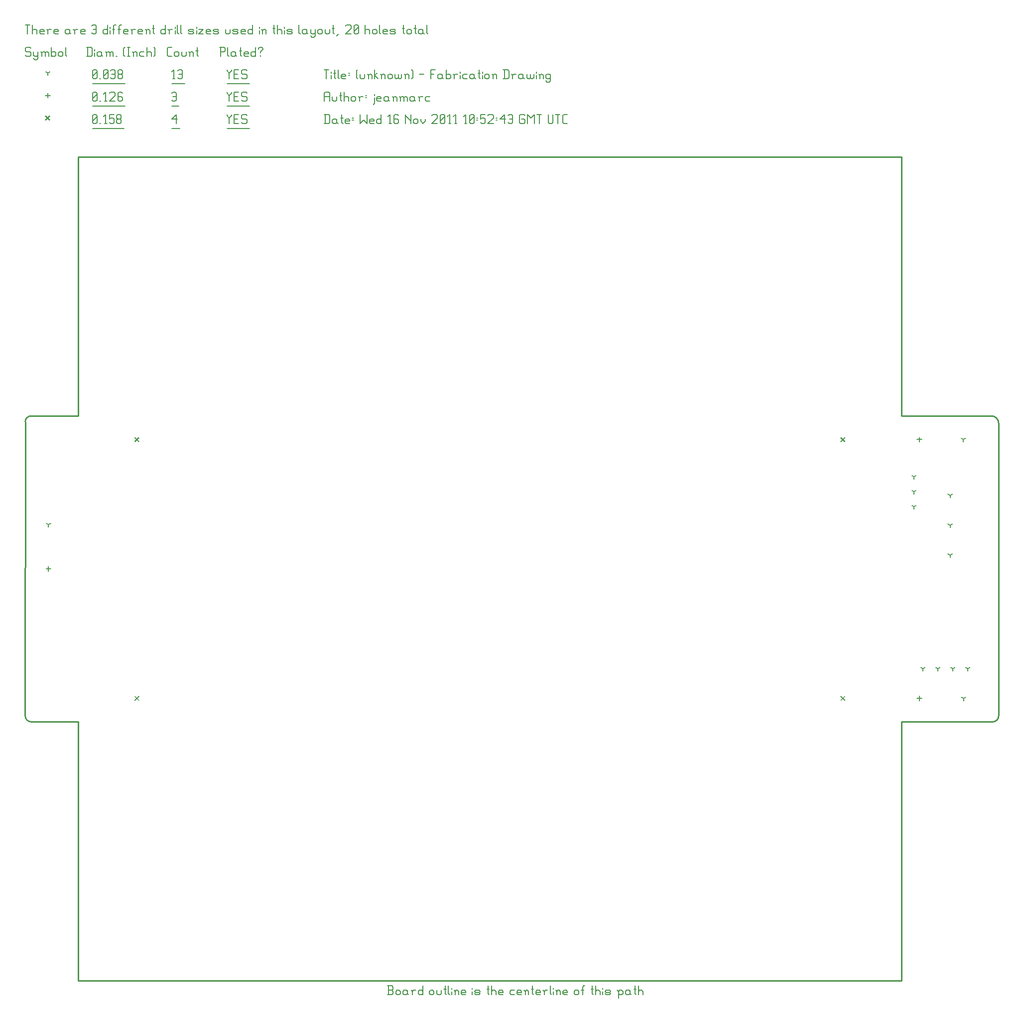
<source format=gbr>
G04 start of page 11 for group -3984 idx -3984 *
G04 Title: (unknown), fab *
G04 Creator: pcb 20091103 *
G04 CreationDate: Wed 16 Nov 2011 10:52:43 GMT UTC *
G04 For: jeanmarc *
G04 Format: Gerber/RS-274X *
G04 PCB-Dimensions: 657480 551181 *
G04 PCB-Coordinate-Origin: lower left *
%MOIN*%
%FSLAX25Y25*%
%LNFAB*%
%ADD11C,0.0200*%
%ADD39C,0.0100*%
%ADD54C,0.0060*%
G54D11*G36*
X73516Y363979D02*X76481Y361013D01*
X75916Y360448D01*
X72950Y363413D01*
X73516Y363979D01*
G37*
G36*
X72950Y361013D02*X75916Y363979D01*
X76481Y363413D01*
X73516Y360448D01*
X72950Y361013D01*
G37*
G36*
X73516Y190750D02*X76481Y187784D01*
X75916Y187219D01*
X72950Y190184D01*
X73516Y190750D01*
G37*
G36*
X72950Y187784D02*X75916Y190750D01*
X76481Y190184D01*
X73516Y187219D01*
X72950Y187784D01*
G37*
G36*
X545957Y363979D02*X548922Y361013D01*
X548357Y360448D01*
X545391Y363413D01*
X545957Y363979D01*
G37*
G36*
X545391Y361013D02*X548357Y363979D01*
X548922Y363413D01*
X545957Y360448D01*
X545391Y361013D01*
G37*
G36*
X545957Y190750D02*X548922Y187784D01*
X548357Y187219D01*
X545391Y190184D01*
X545957Y190750D01*
G37*
G36*
X545391Y187784D02*X548357Y190750D01*
X548922Y190184D01*
X545957Y187219D01*
X545391Y187784D01*
G37*
G36*
X13800Y579196D02*X16765Y576231D01*
X16200Y575665D01*
X13234Y578631D01*
X13800Y579196D01*
G37*
G36*
X13234Y576231D02*X16200Y579196D01*
X16765Y578631D01*
X13800Y575665D01*
X13234Y576231D01*
G37*
G54D54*X135000Y579681D02*Y578931D01*
X136500Y577431D01*
X138000Y578931D01*
Y579681D02*Y578931D01*
X136500Y577431D02*Y573681D01*
X139801Y576681D02*X142051D01*
X139801Y573681D02*X142801D01*
X139801Y579681D02*Y573681D01*
Y579681D02*X142801D01*
X147603D02*X148353Y578931D01*
X145353Y579681D02*X147603D01*
X144603Y578931D02*X145353Y579681D01*
X144603Y578931D02*Y577431D01*
X145353Y576681D01*
X147603D01*
X148353Y575931D01*
Y574431D01*
X147603Y573681D02*X148353Y574431D01*
X145353Y573681D02*X147603D01*
X144603Y574431D02*X145353Y573681D01*
X135000Y570430D02*X150154D01*
X98000Y576681D02*X101000Y579681D01*
X98000Y576681D02*X101750D01*
X101000Y579681D02*Y573681D01*
X98000Y570430D02*X103551D01*
X45000Y574431D02*X45750Y573681D01*
X45000Y578931D02*Y574431D01*
Y578931D02*X45750Y579681D01*
X47250D01*
X48000Y578931D01*
Y574431D01*
X47250Y573681D02*X48000Y574431D01*
X45750Y573681D02*X47250D01*
X45000Y575181D02*X48000Y578181D01*
X49801Y573681D02*X50551D01*
X53103D02*X54603D01*
X53853Y579681D02*Y573681D01*
X52353Y578181D02*X53853Y579681D01*
X56404D02*X59404D01*
X56404D02*Y576681D01*
X57154Y577431D01*
X58654D01*
X59404Y576681D01*
Y574431D01*
X58654Y573681D02*X59404Y574431D01*
X57154Y573681D02*X58654D01*
X56404Y574431D02*X57154Y573681D01*
X61206Y574431D02*X61956Y573681D01*
X61206Y575931D02*Y574431D01*
Y575931D02*X61956Y576681D01*
X63456D01*
X64206Y575931D01*
Y574431D01*
X63456Y573681D02*X64206Y574431D01*
X61956Y573681D02*X63456D01*
X61206Y577431D02*X61956Y576681D01*
X61206Y578931D02*Y577431D01*
Y578931D02*X61956Y579681D01*
X63456D01*
X64206Y578931D01*
Y577431D01*
X63456Y576681D02*X64206Y577431D01*
X45000Y570430D02*X66007D01*
X598425Y190576D02*Y187376D01*
X596825Y188976D02*X600025D01*
X15566Y277286D02*Y274086D01*
X13966Y275686D02*X17166D01*
X598370Y363758D02*Y360558D01*
X596770Y362158D02*X599970D01*
X15000Y594031D02*Y590831D01*
X13400Y592431D02*X16600D01*
X135000Y594681D02*Y593931D01*
X136500Y592431D01*
X138000Y593931D01*
Y594681D02*Y593931D01*
X136500Y592431D02*Y588681D01*
X139801Y591681D02*X142051D01*
X139801Y588681D02*X142801D01*
X139801Y594681D02*Y588681D01*
Y594681D02*X142801D01*
X147603D02*X148353Y593931D01*
X145353Y594681D02*X147603D01*
X144603Y593931D02*X145353Y594681D01*
X144603Y593931D02*Y592431D01*
X145353Y591681D01*
X147603D01*
X148353Y590931D01*
Y589431D01*
X147603Y588681D02*X148353Y589431D01*
X145353Y588681D02*X147603D01*
X144603Y589431D02*X145353Y588681D01*
X135000Y585430D02*X150154D01*
X98000Y593931D02*X98750Y594681D01*
X100250D01*
X101000Y593931D01*
Y589431D01*
X100250Y588681D02*X101000Y589431D01*
X98750Y588681D02*X100250D01*
X98000Y589431D02*X98750Y588681D01*
Y591681D02*X101000D01*
X98000Y585430D02*X102801D01*
X45000Y589431D02*X45750Y588681D01*
X45000Y593931D02*Y589431D01*
Y593931D02*X45750Y594681D01*
X47250D01*
X48000Y593931D01*
Y589431D01*
X47250Y588681D02*X48000Y589431D01*
X45750Y588681D02*X47250D01*
X45000Y590181D02*X48000Y593181D01*
X49801Y588681D02*X50551D01*
X53103D02*X54603D01*
X53853Y594681D02*Y588681D01*
X52353Y593181D02*X53853Y594681D01*
X56404Y593931D02*X57154Y594681D01*
X59404D01*
X60154Y593931D01*
Y592431D01*
X56404Y588681D02*X60154Y592431D01*
X56404Y588681D02*X60154D01*
X64206Y594681D02*X64956Y593931D01*
X62706Y594681D02*X64206D01*
X61956Y593931D02*X62706Y594681D01*
X61956Y593931D02*Y589431D01*
X62706Y588681D01*
X64206Y591681D02*X64956Y590931D01*
X61956Y591681D02*X64206D01*
X62706Y588681D02*X64206D01*
X64956Y589431D01*
Y590931D02*Y589431D01*
X45000Y585430D02*X66757D01*
X627952Y188976D02*Y187376D01*
Y188976D02*X629338Y189776D01*
X627952Y188976D02*X626566Y189776D01*
X15566Y305213D02*Y303613D01*
Y305213D02*X16952Y306013D01*
X15566Y305213D02*X14180Y306013D01*
X627897Y362158D02*Y360558D01*
Y362158D02*X629283Y362958D01*
X627897Y362158D02*X626511Y362958D01*
X594796Y337275D02*Y335675D01*
Y337275D02*X596182Y338075D01*
X594796Y337275D02*X593410Y338075D01*
X594796Y327275D02*Y325675D01*
Y327275D02*X596182Y328075D01*
X594796Y327275D02*X593410Y328075D01*
X594796Y317275D02*Y315675D01*
Y317275D02*X596182Y318075D01*
X594796Y317275D02*X593410Y318075D01*
X600724Y208748D02*Y207148D01*
Y208748D02*X602110Y209548D01*
X600724Y208748D02*X599338Y209548D01*
X610724Y208748D02*Y207148D01*
Y208748D02*X612110Y209548D01*
X610724Y208748D02*X609338Y209548D01*
X620724Y208748D02*Y207148D01*
Y208748D02*X622110Y209548D01*
X620724Y208748D02*X619338Y209548D01*
X630724Y208748D02*Y207148D01*
Y208748D02*X632110Y209548D01*
X630724Y208748D02*X629338Y209548D01*
X618977Y324803D02*Y323203D01*
Y324803D02*X620363Y325603D01*
X618977Y324803D02*X617591Y325603D01*
X618977Y304803D02*Y303203D01*
Y304803D02*X620363Y305603D01*
X618977Y304803D02*X617591Y305603D01*
X618977Y284803D02*Y283203D01*
Y284803D02*X620363Y285603D01*
X618977Y284803D02*X617591Y285603D01*
X15000Y607431D02*Y605831D01*
Y607431D02*X16386Y608231D01*
X15000Y607431D02*X13614Y608231D01*
X135000Y609681D02*Y608931D01*
X136500Y607431D01*
X138000Y608931D01*
Y609681D02*Y608931D01*
X136500Y607431D02*Y603681D01*
X139801Y606681D02*X142051D01*
X139801Y603681D02*X142801D01*
X139801Y609681D02*Y603681D01*
Y609681D02*X142801D01*
X147603D02*X148353Y608931D01*
X145353Y609681D02*X147603D01*
X144603Y608931D02*X145353Y609681D01*
X144603Y608931D02*Y607431D01*
X145353Y606681D01*
X147603D01*
X148353Y605931D01*
Y604431D01*
X147603Y603681D02*X148353Y604431D01*
X145353Y603681D02*X147603D01*
X144603Y604431D02*X145353Y603681D01*
X135000Y600430D02*X150154D01*
X98750Y603681D02*X100250D01*
X99500Y609681D02*Y603681D01*
X98000Y608181D02*X99500Y609681D01*
X102051Y608931D02*X102801Y609681D01*
X104301D01*
X105051Y608931D01*
Y604431D01*
X104301Y603681D02*X105051Y604431D01*
X102801Y603681D02*X104301D01*
X102051Y604431D02*X102801Y603681D01*
Y606681D02*X105051D01*
X98000Y600430D02*X106853D01*
X45000Y604431D02*X45750Y603681D01*
X45000Y608931D02*Y604431D01*
Y608931D02*X45750Y609681D01*
X47250D01*
X48000Y608931D01*
Y604431D01*
X47250Y603681D02*X48000Y604431D01*
X45750Y603681D02*X47250D01*
X45000Y605181D02*X48000Y608181D01*
X49801Y603681D02*X50551D01*
X52353Y604431D02*X53103Y603681D01*
X52353Y608931D02*Y604431D01*
Y608931D02*X53103Y609681D01*
X54603D01*
X55353Y608931D01*
Y604431D01*
X54603Y603681D02*X55353Y604431D01*
X53103Y603681D02*X54603D01*
X52353Y605181D02*X55353Y608181D01*
X57154Y608931D02*X57904Y609681D01*
X59404D01*
X60154Y608931D01*
Y604431D01*
X59404Y603681D02*X60154Y604431D01*
X57904Y603681D02*X59404D01*
X57154Y604431D02*X57904Y603681D01*
Y606681D02*X60154D01*
X61956Y604431D02*X62706Y603681D01*
X61956Y605931D02*Y604431D01*
Y605931D02*X62706Y606681D01*
X64206D01*
X64956Y605931D01*
Y604431D01*
X64206Y603681D02*X64956Y604431D01*
X62706Y603681D02*X64206D01*
X61956Y607431D02*X62706Y606681D01*
X61956Y608931D02*Y607431D01*
Y608931D02*X62706Y609681D01*
X64206D01*
X64956Y608931D01*
Y607431D01*
X64206Y606681D02*X64956Y607431D01*
X45000Y600430D02*X66757D01*
X3000Y624681D02*X3750Y623931D01*
X750Y624681D02*X3000D01*
X0Y623931D02*X750Y624681D01*
X0Y623931D02*Y622431D01*
X750Y621681D01*
X3000D01*
X3750Y620931D01*
Y619431D01*
X3000Y618681D02*X3750Y619431D01*
X750Y618681D02*X3000D01*
X0Y619431D02*X750Y618681D01*
X5551Y621681D02*Y619431D01*
X6301Y618681D01*
X8551Y621681D02*Y617181D01*
X7801Y616431D02*X8551Y617181D01*
X6301Y616431D02*X7801D01*
X5551Y617181D02*X6301Y616431D01*
Y618681D02*X7801D01*
X8551Y619431D01*
X11103Y620931D02*Y618681D01*
Y620931D02*X11853Y621681D01*
X12603D01*
X13353Y620931D01*
Y618681D01*
Y620931D02*X14103Y621681D01*
X14853D01*
X15603Y620931D01*
Y618681D01*
X10353Y621681D02*X11103Y620931D01*
X17404Y624681D02*Y618681D01*
Y619431D02*X18154Y618681D01*
X19654D01*
X20404Y619431D01*
Y620931D02*Y619431D01*
X19654Y621681D02*X20404Y620931D01*
X18154Y621681D02*X19654D01*
X17404Y620931D02*X18154Y621681D01*
X22206Y620931D02*Y619431D01*
Y620931D02*X22956Y621681D01*
X24456D01*
X25206Y620931D01*
Y619431D01*
X24456Y618681D02*X25206Y619431D01*
X22956Y618681D02*X24456D01*
X22206Y619431D02*X22956Y618681D01*
X27007Y624681D02*Y619431D01*
X27757Y618681D01*
X41750Y624681D02*Y618681D01*
X44000Y624681D02*X44750Y623931D01*
Y619431D01*
X44000Y618681D02*X44750Y619431D01*
X41000Y618681D02*X44000D01*
X41000Y624681D02*X44000D01*
X46551Y623181D02*Y622431D01*
Y620931D02*Y618681D01*
X50303Y621681D02*X51053Y620931D01*
X48803Y621681D02*X50303D01*
X48053Y620931D02*X48803Y621681D01*
X48053Y620931D02*Y619431D01*
X48803Y618681D01*
X51053Y621681D02*Y619431D01*
X51803Y618681D01*
X48803D02*X50303D01*
X51053Y619431D01*
X54354Y620931D02*Y618681D01*
Y620931D02*X55104Y621681D01*
X55854D01*
X56604Y620931D01*
Y618681D01*
Y620931D02*X57354Y621681D01*
X58104D01*
X58854Y620931D01*
Y618681D01*
X53604Y621681D02*X54354Y620931D01*
X60656Y618681D02*X61406D01*
X65907Y619431D02*X66657Y618681D01*
X65907Y623931D02*X66657Y624681D01*
X65907Y623931D02*Y619431D01*
X68459Y624681D02*X69959D01*
X69209D02*Y618681D01*
X68459D02*X69959D01*
X72510Y620931D02*Y618681D01*
Y620931D02*X73260Y621681D01*
X74010D01*
X74760Y620931D01*
Y618681D01*
X71760Y621681D02*X72510Y620931D01*
X77312Y621681D02*X79562D01*
X76562Y620931D02*X77312Y621681D01*
X76562Y620931D02*Y619431D01*
X77312Y618681D01*
X79562D01*
X81363Y624681D02*Y618681D01*
Y620931D02*X82113Y621681D01*
X83613D01*
X84363Y620931D01*
Y618681D01*
X86165Y624681D02*X86915Y623931D01*
Y619431D01*
X86165Y618681D02*X86915Y619431D01*
X95750Y618681D02*X98000D01*
X95000Y619431D02*X95750Y618681D01*
X95000Y623931D02*Y619431D01*
Y623931D02*X95750Y624681D01*
X98000D01*
X99801Y620931D02*Y619431D01*
Y620931D02*X100551Y621681D01*
X102051D01*
X102801Y620931D01*
Y619431D01*
X102051Y618681D02*X102801Y619431D01*
X100551Y618681D02*X102051D01*
X99801Y619431D02*X100551Y618681D01*
X104603Y621681D02*Y619431D01*
X105353Y618681D01*
X106853D01*
X107603Y619431D01*
Y621681D02*Y619431D01*
X110154Y620931D02*Y618681D01*
Y620931D02*X110904Y621681D01*
X111654D01*
X112404Y620931D01*
Y618681D01*
X109404Y621681D02*X110154Y620931D01*
X114956Y624681D02*Y619431D01*
X115706Y618681D01*
X114206Y622431D02*X115706D01*
X130750Y624681D02*Y618681D01*
X130000Y624681D02*X133000D01*
X133750Y623931D01*
Y622431D01*
X133000Y621681D02*X133750Y622431D01*
X130750Y621681D02*X133000D01*
X135551Y624681D02*Y619431D01*
X136301Y618681D01*
X140053Y621681D02*X140803Y620931D01*
X138553Y621681D02*X140053D01*
X137803Y620931D02*X138553Y621681D01*
X137803Y620931D02*Y619431D01*
X138553Y618681D01*
X140803Y621681D02*Y619431D01*
X141553Y618681D01*
X138553D02*X140053D01*
X140803Y619431D01*
X144104Y624681D02*Y619431D01*
X144854Y618681D01*
X143354Y622431D02*X144854D01*
X147106Y618681D02*X149356D01*
X146356Y619431D02*X147106Y618681D01*
X146356Y620931D02*Y619431D01*
Y620931D02*X147106Y621681D01*
X148606D01*
X149356Y620931D01*
X146356Y620181D02*X149356D01*
Y620931D02*Y620181D01*
X154157Y624681D02*Y618681D01*
X153407D02*X154157Y619431D01*
X151907Y618681D02*X153407D01*
X151157Y619431D02*X151907Y618681D01*
X151157Y620931D02*Y619431D01*
Y620931D02*X151907Y621681D01*
X153407D01*
X154157Y620931D01*
X157459Y621681D02*Y620931D01*
Y619431D02*Y618681D01*
X155959Y623931D02*Y623181D01*
Y623931D02*X156709Y624681D01*
X158209D01*
X158959Y623931D01*
Y623181D01*
X157459Y621681D02*X158959Y623181D01*
X0Y639681D02*X3000D01*
X1500D02*Y633681D01*
X4801Y639681D02*Y633681D01*
Y635931D02*X5551Y636681D01*
X7051D01*
X7801Y635931D01*
Y633681D01*
X10353D02*X12603D01*
X9603Y634431D02*X10353Y633681D01*
X9603Y635931D02*Y634431D01*
Y635931D02*X10353Y636681D01*
X11853D01*
X12603Y635931D01*
X9603Y635181D02*X12603D01*
Y635931D02*Y635181D01*
X15154Y635931D02*Y633681D01*
Y635931D02*X15904Y636681D01*
X17404D01*
X14404D02*X15154Y635931D01*
X19956Y633681D02*X22206D01*
X19206Y634431D02*X19956Y633681D01*
X19206Y635931D02*Y634431D01*
Y635931D02*X19956Y636681D01*
X21456D01*
X22206Y635931D01*
X19206Y635181D02*X22206D01*
Y635931D02*Y635181D01*
X28957Y636681D02*X29707Y635931D01*
X27457Y636681D02*X28957D01*
X26707Y635931D02*X27457Y636681D01*
X26707Y635931D02*Y634431D01*
X27457Y633681D01*
X29707Y636681D02*Y634431D01*
X30457Y633681D01*
X27457D02*X28957D01*
X29707Y634431D01*
X33009Y635931D02*Y633681D01*
Y635931D02*X33759Y636681D01*
X35259D01*
X32259D02*X33009Y635931D01*
X37810Y633681D02*X40060D01*
X37060Y634431D02*X37810Y633681D01*
X37060Y635931D02*Y634431D01*
Y635931D02*X37810Y636681D01*
X39310D01*
X40060Y635931D01*
X37060Y635181D02*X40060D01*
Y635931D02*Y635181D01*
X44562Y638931D02*X45312Y639681D01*
X46812D01*
X47562Y638931D01*
Y634431D01*
X46812Y633681D02*X47562Y634431D01*
X45312Y633681D02*X46812D01*
X44562Y634431D02*X45312Y633681D01*
Y636681D02*X47562D01*
X55063Y639681D02*Y633681D01*
X54313D02*X55063Y634431D01*
X52813Y633681D02*X54313D01*
X52063Y634431D02*X52813Y633681D01*
X52063Y635931D02*Y634431D01*
Y635931D02*X52813Y636681D01*
X54313D01*
X55063Y635931D01*
X56865Y638181D02*Y637431D01*
Y635931D02*Y633681D01*
X59116Y638931D02*Y633681D01*
Y638931D02*X59866Y639681D01*
X60616D01*
X58366Y636681D02*X59866D01*
X62868Y638931D02*Y633681D01*
Y638931D02*X63618Y639681D01*
X64368D01*
X62118Y636681D02*X63618D01*
X66619Y633681D02*X68869D01*
X65869Y634431D02*X66619Y633681D01*
X65869Y635931D02*Y634431D01*
Y635931D02*X66619Y636681D01*
X68119D01*
X68869Y635931D01*
X65869Y635181D02*X68869D01*
Y635931D02*Y635181D01*
X71421Y635931D02*Y633681D01*
Y635931D02*X72171Y636681D01*
X73671D01*
X70671D02*X71421Y635931D01*
X76222Y633681D02*X78472D01*
X75472Y634431D02*X76222Y633681D01*
X75472Y635931D02*Y634431D01*
Y635931D02*X76222Y636681D01*
X77722D01*
X78472Y635931D01*
X75472Y635181D02*X78472D01*
Y635931D02*Y635181D01*
X81024Y635931D02*Y633681D01*
Y635931D02*X81774Y636681D01*
X82524D01*
X83274Y635931D01*
Y633681D01*
X80274Y636681D02*X81024Y635931D01*
X85825Y639681D02*Y634431D01*
X86575Y633681D01*
X85075Y637431D02*X86575D01*
X93777Y639681D02*Y633681D01*
X93027D02*X93777Y634431D01*
X91527Y633681D02*X93027D01*
X90777Y634431D02*X91527Y633681D01*
X90777Y635931D02*Y634431D01*
Y635931D02*X91527Y636681D01*
X93027D01*
X93777Y635931D01*
X96328D02*Y633681D01*
Y635931D02*X97078Y636681D01*
X98578D01*
X95578D02*X96328Y635931D01*
X100380Y638181D02*Y637431D01*
Y635931D02*Y633681D01*
X101881Y639681D02*Y634431D01*
X102631Y633681D01*
X104133Y639681D02*Y634431D01*
X104883Y633681D01*
X109834D02*X112084D01*
X112834Y634431D01*
X112084Y635181D02*X112834Y634431D01*
X109834Y635181D02*X112084D01*
X109084Y635931D02*X109834Y635181D01*
X109084Y635931D02*X109834Y636681D01*
X112084D01*
X112834Y635931D01*
X109084Y634431D02*X109834Y633681D01*
X114636Y638181D02*Y637431D01*
Y635931D02*Y633681D01*
X116137Y636681D02*X119137D01*
X116137Y633681D02*X119137Y636681D01*
X116137Y633681D02*X119137D01*
X121689D02*X123939D01*
X120939Y634431D02*X121689Y633681D01*
X120939Y635931D02*Y634431D01*
Y635931D02*X121689Y636681D01*
X123189D01*
X123939Y635931D01*
X120939Y635181D02*X123939D01*
Y635931D02*Y635181D01*
X126490Y633681D02*X128740D01*
X129490Y634431D01*
X128740Y635181D02*X129490Y634431D01*
X126490Y635181D02*X128740D01*
X125740Y635931D02*X126490Y635181D01*
X125740Y635931D02*X126490Y636681D01*
X128740D01*
X129490Y635931D01*
X125740Y634431D02*X126490Y633681D01*
X133992Y636681D02*Y634431D01*
X134742Y633681D01*
X136242D01*
X136992Y634431D01*
Y636681D02*Y634431D01*
X139543Y633681D02*X141793D01*
X142543Y634431D01*
X141793Y635181D02*X142543Y634431D01*
X139543Y635181D02*X141793D01*
X138793Y635931D02*X139543Y635181D01*
X138793Y635931D02*X139543Y636681D01*
X141793D01*
X142543Y635931D01*
X138793Y634431D02*X139543Y633681D01*
X145095D02*X147345D01*
X144345Y634431D02*X145095Y633681D01*
X144345Y635931D02*Y634431D01*
Y635931D02*X145095Y636681D01*
X146595D01*
X147345Y635931D01*
X144345Y635181D02*X147345D01*
Y635931D02*Y635181D01*
X152146Y639681D02*Y633681D01*
X151396D02*X152146Y634431D01*
X149896Y633681D02*X151396D01*
X149146Y634431D02*X149896Y633681D01*
X149146Y635931D02*Y634431D01*
Y635931D02*X149896Y636681D01*
X151396D01*
X152146Y635931D01*
X156648Y638181D02*Y637431D01*
Y635931D02*Y633681D01*
X158899Y635931D02*Y633681D01*
Y635931D02*X159649Y636681D01*
X160399D01*
X161149Y635931D01*
Y633681D01*
X158149Y636681D02*X158899Y635931D01*
X166401Y639681D02*Y634431D01*
X167151Y633681D01*
X165651Y637431D02*X167151D01*
X168652Y639681D02*Y633681D01*
Y635931D02*X169402Y636681D01*
X170902D01*
X171652Y635931D01*
Y633681D01*
X173454Y638181D02*Y637431D01*
Y635931D02*Y633681D01*
X175705D02*X177955D01*
X178705Y634431D01*
X177955Y635181D02*X178705Y634431D01*
X175705Y635181D02*X177955D01*
X174955Y635931D02*X175705Y635181D01*
X174955Y635931D02*X175705Y636681D01*
X177955D01*
X178705Y635931D01*
X174955Y634431D02*X175705Y633681D01*
X183207Y639681D02*Y634431D01*
X183957Y633681D01*
X187708Y636681D02*X188458Y635931D01*
X186208Y636681D02*X187708D01*
X185458Y635931D02*X186208Y636681D01*
X185458Y635931D02*Y634431D01*
X186208Y633681D01*
X188458Y636681D02*Y634431D01*
X189208Y633681D01*
X186208D02*X187708D01*
X188458Y634431D01*
X191010Y636681D02*Y634431D01*
X191760Y633681D01*
X194010Y636681D02*Y632181D01*
X193260Y631431D02*X194010Y632181D01*
X191760Y631431D02*X193260D01*
X191010Y632181D02*X191760Y631431D01*
Y633681D02*X193260D01*
X194010Y634431D01*
X195811Y635931D02*Y634431D01*
Y635931D02*X196561Y636681D01*
X198061D01*
X198811Y635931D01*
Y634431D01*
X198061Y633681D02*X198811Y634431D01*
X196561Y633681D02*X198061D01*
X195811Y634431D02*X196561Y633681D01*
X200613Y636681D02*Y634431D01*
X201363Y633681D01*
X202863D01*
X203613Y634431D01*
Y636681D02*Y634431D01*
X206164Y639681D02*Y634431D01*
X206914Y633681D01*
X205414Y637431D02*X206914D01*
X208416Y632181D02*X209916Y633681D01*
X214417Y638931D02*X215167Y639681D01*
X217417D01*
X218167Y638931D01*
Y637431D01*
X214417Y633681D02*X218167Y637431D01*
X214417Y633681D02*X218167D01*
X219969Y634431D02*X220719Y633681D01*
X219969Y638931D02*Y634431D01*
Y638931D02*X220719Y639681D01*
X222219D01*
X222969Y638931D01*
Y634431D01*
X222219Y633681D02*X222969Y634431D01*
X220719Y633681D02*X222219D01*
X219969Y635181D02*X222969Y638181D01*
X227470Y639681D02*Y633681D01*
Y635931D02*X228220Y636681D01*
X229720D01*
X230470Y635931D01*
Y633681D01*
X232272Y635931D02*Y634431D01*
Y635931D02*X233022Y636681D01*
X234522D01*
X235272Y635931D01*
Y634431D01*
X234522Y633681D02*X235272Y634431D01*
X233022Y633681D02*X234522D01*
X232272Y634431D02*X233022Y633681D01*
X237073Y639681D02*Y634431D01*
X237823Y633681D01*
X240075D02*X242325D01*
X239325Y634431D02*X240075Y633681D01*
X239325Y635931D02*Y634431D01*
Y635931D02*X240075Y636681D01*
X241575D01*
X242325Y635931D01*
X239325Y635181D02*X242325D01*
Y635931D02*Y635181D01*
X244876Y633681D02*X247126D01*
X247876Y634431D01*
X247126Y635181D02*X247876Y634431D01*
X244876Y635181D02*X247126D01*
X244126Y635931D02*X244876Y635181D01*
X244126Y635931D02*X244876Y636681D01*
X247126D01*
X247876Y635931D01*
X244126Y634431D02*X244876Y633681D01*
X253128Y639681D02*Y634431D01*
X253878Y633681D01*
X252378Y637431D02*X253878D01*
X255379Y635931D02*Y634431D01*
Y635931D02*X256129Y636681D01*
X257629D01*
X258379Y635931D01*
Y634431D01*
X257629Y633681D02*X258379Y634431D01*
X256129Y633681D02*X257629D01*
X255379Y634431D02*X256129Y633681D01*
X260931Y639681D02*Y634431D01*
X261681Y633681D01*
X260181Y637431D02*X261681D01*
X265432Y636681D02*X266182Y635931D01*
X263932Y636681D02*X265432D01*
X263182Y635931D02*X263932Y636681D01*
X263182Y635931D02*Y634431D01*
X263932Y633681D01*
X266182Y636681D02*Y634431D01*
X266932Y633681D01*
X263932D02*X265432D01*
X266182Y634431D01*
X268734Y639681D02*Y634431D01*
X269484Y633681D01*
G54D39*X-87Y177173D02*X0Y374016D01*
X647551Y173236D02*X586527D01*
X35346D02*X3850D01*
X35346Y8D02*Y173236D01*
X586527Y8D02*X35346D01*
X586527Y173236D02*Y8D01*
X651500Y372981D02*X651519Y177173D01*
X3937Y377953D02*X35346Y377961D01*
X586527D02*X646469Y377953D01*
X586527Y551189D02*Y377961D01*
X35346Y551189D02*X586527D01*
X35346Y377961D02*Y551189D01*
X646500Y377981D02*G75*G02X651500Y372981I0J-5000D01*G01*
X0Y177165D02*G75*G03X3937Y173228I3937J0D01*G01*
X647550Y173236D02*G75*G03X651487Y177173I0J3937D01*G01*
X0Y374016D02*G75*G02X3937Y377953I3937J0D01*G01*
G54D54*X242388Y-9500D02*X245388D01*
X246138Y-8750D01*
Y-7250D02*Y-8750D01*
X245388Y-6500D02*X246138Y-7250D01*
X243138Y-6500D02*X245388D01*
X243138Y-3500D02*Y-9500D01*
X242388Y-3500D02*X245388D01*
X246138Y-4250D01*
Y-5750D01*
X245388Y-6500D02*X246138Y-5750D01*
X247939Y-7250D02*Y-8750D01*
Y-7250D02*X248689Y-6500D01*
X250189D01*
X250939Y-7250D01*
Y-8750D01*
X250189Y-9500D02*X250939Y-8750D01*
X248689Y-9500D02*X250189D01*
X247939Y-8750D02*X248689Y-9500D01*
X254991Y-6500D02*X255741Y-7250D01*
X253491Y-6500D02*X254991D01*
X252741Y-7250D02*X253491Y-6500D01*
X252741Y-7250D02*Y-8750D01*
X253491Y-9500D01*
X255741Y-6500D02*Y-8750D01*
X256491Y-9500D01*
X253491D02*X254991D01*
X255741Y-8750D01*
X259042Y-7250D02*Y-9500D01*
Y-7250D02*X259792Y-6500D01*
X261292D01*
X258292D02*X259042Y-7250D01*
X266094Y-3500D02*Y-9500D01*
X265344D02*X266094Y-8750D01*
X263844Y-9500D02*X265344D01*
X263094Y-8750D02*X263844Y-9500D01*
X263094Y-7250D02*Y-8750D01*
Y-7250D02*X263844Y-6500D01*
X265344D01*
X266094Y-7250D01*
X270595D02*Y-8750D01*
Y-7250D02*X271345Y-6500D01*
X272845D01*
X273595Y-7250D01*
Y-8750D01*
X272845Y-9500D02*X273595Y-8750D01*
X271345Y-9500D02*X272845D01*
X270595Y-8750D02*X271345Y-9500D01*
X275397Y-6500D02*Y-8750D01*
X276147Y-9500D01*
X277647D01*
X278397Y-8750D01*
Y-6500D02*Y-8750D01*
X280948Y-3500D02*Y-8750D01*
X281698Y-9500D01*
X280198Y-5750D02*X281698D01*
X283200Y-3500D02*Y-8750D01*
X283950Y-9500D01*
X285451Y-5000D02*Y-5750D01*
Y-7250D02*Y-9500D01*
X287703Y-7250D02*Y-9500D01*
Y-7250D02*X288453Y-6500D01*
X289203D01*
X289953Y-7250D01*
Y-9500D01*
X286953Y-6500D02*X287703Y-7250D01*
X292504Y-9500D02*X294754D01*
X291754Y-8750D02*X292504Y-9500D01*
X291754Y-7250D02*Y-8750D01*
Y-7250D02*X292504Y-6500D01*
X294004D01*
X294754Y-7250D01*
X291754Y-8000D02*X294754D01*
Y-7250D02*Y-8000D01*
X299256Y-5000D02*Y-5750D01*
Y-7250D02*Y-9500D01*
X301507D02*X303757D01*
X304507Y-8750D01*
X303757Y-8000D02*X304507Y-8750D01*
X301507Y-8000D02*X303757D01*
X300757Y-7250D02*X301507Y-8000D01*
X300757Y-7250D02*X301507Y-6500D01*
X303757D01*
X304507Y-7250D01*
X300757Y-8750D02*X301507Y-9500D01*
X309759Y-3500D02*Y-8750D01*
X310509Y-9500D01*
X309009Y-5750D02*X310509D01*
X312010Y-3500D02*Y-9500D01*
Y-7250D02*X312760Y-6500D01*
X314260D01*
X315010Y-7250D01*
Y-9500D01*
X317562D02*X319812D01*
X316812Y-8750D02*X317562Y-9500D01*
X316812Y-7250D02*Y-8750D01*
Y-7250D02*X317562Y-6500D01*
X319062D01*
X319812Y-7250D01*
X316812Y-8000D02*X319812D01*
Y-7250D02*Y-8000D01*
X325063Y-6500D02*X327313D01*
X324313Y-7250D02*X325063Y-6500D01*
X324313Y-7250D02*Y-8750D01*
X325063Y-9500D01*
X327313D01*
X329865D02*X332115D01*
X329115Y-8750D02*X329865Y-9500D01*
X329115Y-7250D02*Y-8750D01*
Y-7250D02*X329865Y-6500D01*
X331365D01*
X332115Y-7250D01*
X329115Y-8000D02*X332115D01*
Y-7250D02*Y-8000D01*
X334666Y-7250D02*Y-9500D01*
Y-7250D02*X335416Y-6500D01*
X336166D01*
X336916Y-7250D01*
Y-9500D01*
X333916Y-6500D02*X334666Y-7250D01*
X339468Y-3500D02*Y-8750D01*
X340218Y-9500D01*
X338718Y-5750D02*X340218D01*
X342469Y-9500D02*X344719D01*
X341719Y-8750D02*X342469Y-9500D01*
X341719Y-7250D02*Y-8750D01*
Y-7250D02*X342469Y-6500D01*
X343969D01*
X344719Y-7250D01*
X341719Y-8000D02*X344719D01*
Y-7250D02*Y-8000D01*
X347271Y-7250D02*Y-9500D01*
Y-7250D02*X348021Y-6500D01*
X349521D01*
X346521D02*X347271Y-7250D01*
X351322Y-3500D02*Y-8750D01*
X352072Y-9500D01*
X353574Y-5000D02*Y-5750D01*
Y-7250D02*Y-9500D01*
X355825Y-7250D02*Y-9500D01*
Y-7250D02*X356575Y-6500D01*
X357325D01*
X358075Y-7250D01*
Y-9500D01*
X355075Y-6500D02*X355825Y-7250D01*
X360627Y-9500D02*X362877D01*
X359877Y-8750D02*X360627Y-9500D01*
X359877Y-7250D02*Y-8750D01*
Y-7250D02*X360627Y-6500D01*
X362127D01*
X362877Y-7250D01*
X359877Y-8000D02*X362877D01*
Y-7250D02*Y-8000D01*
X367378Y-7250D02*Y-8750D01*
Y-7250D02*X368128Y-6500D01*
X369628D01*
X370378Y-7250D01*
Y-8750D01*
X369628Y-9500D02*X370378Y-8750D01*
X368128Y-9500D02*X369628D01*
X367378Y-8750D02*X368128Y-9500D01*
X372930Y-4250D02*Y-9500D01*
Y-4250D02*X373680Y-3500D01*
X374430D01*
X372180Y-6500D02*X373680D01*
X379381Y-3500D02*Y-8750D01*
X380131Y-9500D01*
X378631Y-5750D02*X380131D01*
X381633Y-3500D02*Y-9500D01*
Y-7250D02*X382383Y-6500D01*
X383883D01*
X384633Y-7250D01*
Y-9500D01*
X386434Y-5000D02*Y-5750D01*
Y-7250D02*Y-9500D01*
X388686D02*X390936D01*
X391686Y-8750D01*
X390936Y-8000D02*X391686Y-8750D01*
X388686Y-8000D02*X390936D01*
X387936Y-7250D02*X388686Y-8000D01*
X387936Y-7250D02*X388686Y-6500D01*
X390936D01*
X391686Y-7250D01*
X387936Y-8750D02*X388686Y-9500D01*
X396937Y-7250D02*Y-11750D01*
X396187Y-6500D02*X396937Y-7250D01*
X397687Y-6500D01*
X399187D01*
X399937Y-7250D01*
Y-8750D01*
X399187Y-9500D02*X399937Y-8750D01*
X397687Y-9500D02*X399187D01*
X396937Y-8750D02*X397687Y-9500D01*
X403989Y-6500D02*X404739Y-7250D01*
X402489Y-6500D02*X403989D01*
X401739Y-7250D02*X402489Y-6500D01*
X401739Y-7250D02*Y-8750D01*
X402489Y-9500D01*
X404739Y-6500D02*Y-8750D01*
X405489Y-9500D01*
X402489D02*X403989D01*
X404739Y-8750D01*
X408040Y-3500D02*Y-8750D01*
X408790Y-9500D01*
X407290Y-5750D02*X408790D01*
X410292Y-3500D02*Y-9500D01*
Y-7250D02*X411042Y-6500D01*
X412542D01*
X413292Y-7250D01*
Y-9500D01*
X200750Y579681D02*Y573681D01*
X203000Y579681D02*X203750Y578931D01*
Y574431D01*
X203000Y573681D02*X203750Y574431D01*
X200000Y573681D02*X203000D01*
X200000Y579681D02*X203000D01*
X207801Y576681D02*X208551Y575931D01*
X206301Y576681D02*X207801D01*
X205551Y575931D02*X206301Y576681D01*
X205551Y575931D02*Y574431D01*
X206301Y573681D01*
X208551Y576681D02*Y574431D01*
X209301Y573681D01*
X206301D02*X207801D01*
X208551Y574431D01*
X211853Y579681D02*Y574431D01*
X212603Y573681D01*
X211103Y577431D02*X212603D01*
X214854Y573681D02*X217104D01*
X214104Y574431D02*X214854Y573681D01*
X214104Y575931D02*Y574431D01*
Y575931D02*X214854Y576681D01*
X216354D01*
X217104Y575931D01*
X214104Y575181D02*X217104D01*
Y575931D02*Y575181D01*
X218906Y577431D02*X219656D01*
X218906Y575931D02*X219656D01*
X224157Y579681D02*Y573681D01*
X226407Y575931D01*
X228657Y573681D01*
Y579681D02*Y573681D01*
X231209D02*X233459D01*
X230459Y574431D02*X231209Y573681D01*
X230459Y575931D02*Y574431D01*
Y575931D02*X231209Y576681D01*
X232709D01*
X233459Y575931D01*
X230459Y575181D02*X233459D01*
Y575931D02*Y575181D01*
X238260Y579681D02*Y573681D01*
X237510D02*X238260Y574431D01*
X236010Y573681D02*X237510D01*
X235260Y574431D02*X236010Y573681D01*
X235260Y575931D02*Y574431D01*
Y575931D02*X236010Y576681D01*
X237510D01*
X238260Y575931D01*
X243512Y573681D02*X245012D01*
X244262Y579681D02*Y573681D01*
X242762Y578181D02*X244262Y579681D01*
X249063D02*X249813Y578931D01*
X247563Y579681D02*X249063D01*
X246813Y578931D02*X247563Y579681D01*
X246813Y578931D02*Y574431D01*
X247563Y573681D01*
X249063Y576681D02*X249813Y575931D01*
X246813Y576681D02*X249063D01*
X247563Y573681D02*X249063D01*
X249813Y574431D01*
Y575931D02*Y574431D01*
X254315Y579681D02*Y573681D01*
Y579681D02*Y578931D01*
X258065Y575181D01*
Y579681D02*Y573681D01*
X259866Y575931D02*Y574431D01*
Y575931D02*X260616Y576681D01*
X262116D01*
X262866Y575931D01*
Y574431D01*
X262116Y573681D02*X262866Y574431D01*
X260616Y573681D02*X262116D01*
X259866Y574431D02*X260616Y573681D01*
X264668Y576681D02*Y575181D01*
X266168Y573681D01*
X267668Y575181D01*
Y576681D02*Y575181D01*
X272169Y578931D02*X272919Y579681D01*
X275169D01*
X275919Y578931D01*
Y577431D01*
X272169Y573681D02*X275919Y577431D01*
X272169Y573681D02*X275919D01*
X277721Y574431D02*X278471Y573681D01*
X277721Y578931D02*Y574431D01*
Y578931D02*X278471Y579681D01*
X279971D01*
X280721Y578931D01*
Y574431D01*
X279971Y573681D02*X280721Y574431D01*
X278471Y573681D02*X279971D01*
X277721Y575181D02*X280721Y578181D01*
X283272Y573681D02*X284772D01*
X284022Y579681D02*Y573681D01*
X282522Y578181D02*X284022Y579681D01*
X287324Y573681D02*X288824D01*
X288074Y579681D02*Y573681D01*
X286574Y578181D02*X288074Y579681D01*
X294075Y573681D02*X295575D01*
X294825Y579681D02*Y573681D01*
X293325Y578181D02*X294825Y579681D01*
X297377Y574431D02*X298127Y573681D01*
X297377Y578931D02*Y574431D01*
Y578931D02*X298127Y579681D01*
X299627D01*
X300377Y578931D01*
Y574431D01*
X299627Y573681D02*X300377Y574431D01*
X298127Y573681D02*X299627D01*
X297377Y575181D02*X300377Y578181D01*
X302178Y577431D02*X302928D01*
X302178Y575931D02*X302928D01*
X304730Y579681D02*X307730D01*
X304730D02*Y576681D01*
X305480Y577431D01*
X306980D01*
X307730Y576681D01*
Y574431D01*
X306980Y573681D02*X307730Y574431D01*
X305480Y573681D02*X306980D01*
X304730Y574431D02*X305480Y573681D01*
X309531Y578931D02*X310281Y579681D01*
X312531D01*
X313281Y578931D01*
Y577431D01*
X309531Y573681D02*X313281Y577431D01*
X309531Y573681D02*X313281D01*
X315083Y577431D02*X315833D01*
X315083Y575931D02*X315833D01*
X317634Y576681D02*X320634Y579681D01*
X317634Y576681D02*X321384D01*
X320634Y579681D02*Y573681D01*
X323186Y578931D02*X323936Y579681D01*
X325436D01*
X326186Y578931D01*
Y574431D01*
X325436Y573681D02*X326186Y574431D01*
X323936Y573681D02*X325436D01*
X323186Y574431D02*X323936Y573681D01*
Y576681D02*X326186D01*
X333687Y579681D02*X334437Y578931D01*
X331437Y579681D02*X333687D01*
X330687Y578931D02*X331437Y579681D01*
X330687Y578931D02*Y574431D01*
X331437Y573681D01*
X333687D01*
X334437Y574431D01*
Y575931D02*Y574431D01*
X333687Y576681D02*X334437Y575931D01*
X332187Y576681D02*X333687D01*
X336239Y579681D02*Y573681D01*
Y579681D02*X338489Y577431D01*
X340739Y579681D01*
Y573681D01*
X342540Y579681D02*X345540D01*
X344040D02*Y573681D01*
X350042Y579681D02*Y574431D01*
X350792Y573681D01*
X352292D01*
X353042Y574431D01*
Y579681D02*Y574431D01*
X354843Y579681D02*X357843D01*
X356343D02*Y573681D01*
X360395D02*X362645D01*
X359645Y574431D02*X360395Y573681D01*
X359645Y578931D02*Y574431D01*
Y578931D02*X360395Y579681D01*
X362645D01*
X200000Y593931D02*Y588681D01*
Y593931D02*X200750Y594681D01*
X203000D01*
X203750Y593931D01*
Y588681D01*
X200000Y591681D02*X203750D01*
X205551D02*Y589431D01*
X206301Y588681D01*
X207801D01*
X208551Y589431D01*
Y591681D02*Y589431D01*
X211103Y594681D02*Y589431D01*
X211853Y588681D01*
X210353Y592431D02*X211853D01*
X213354Y594681D02*Y588681D01*
Y590931D02*X214104Y591681D01*
X215604D01*
X216354Y590931D01*
Y588681D01*
X218156Y590931D02*Y589431D01*
Y590931D02*X218906Y591681D01*
X220406D01*
X221156Y590931D01*
Y589431D01*
X220406Y588681D02*X221156Y589431D01*
X218906Y588681D02*X220406D01*
X218156Y589431D02*X218906Y588681D01*
X223707Y590931D02*Y588681D01*
Y590931D02*X224457Y591681D01*
X225957D01*
X222957D02*X223707Y590931D01*
X227759Y592431D02*X228509D01*
X227759Y590931D02*X228509D01*
X233760Y593181D02*Y592431D01*
Y590931D02*Y587181D01*
X233010Y586431D02*X233760Y587181D01*
X236012Y588681D02*X238262D01*
X235262Y589431D02*X236012Y588681D01*
X235262Y590931D02*Y589431D01*
Y590931D02*X236012Y591681D01*
X237512D01*
X238262Y590931D01*
X235262Y590181D02*X238262D01*
Y590931D02*Y590181D01*
X242313Y591681D02*X243063Y590931D01*
X240813Y591681D02*X242313D01*
X240063Y590931D02*X240813Y591681D01*
X240063Y590931D02*Y589431D01*
X240813Y588681D01*
X243063Y591681D02*Y589431D01*
X243813Y588681D01*
X240813D02*X242313D01*
X243063Y589431D01*
X246365Y590931D02*Y588681D01*
Y590931D02*X247115Y591681D01*
X247865D01*
X248615Y590931D01*
Y588681D01*
X245615Y591681D02*X246365Y590931D01*
X251166D02*Y588681D01*
Y590931D02*X251916Y591681D01*
X252666D01*
X253416Y590931D01*
Y588681D01*
Y590931D02*X254166Y591681D01*
X254916D01*
X255666Y590931D01*
Y588681D01*
X250416Y591681D02*X251166Y590931D01*
X259718Y591681D02*X260468Y590931D01*
X258218Y591681D02*X259718D01*
X257468Y590931D02*X258218Y591681D01*
X257468Y590931D02*Y589431D01*
X258218Y588681D01*
X260468Y591681D02*Y589431D01*
X261218Y588681D01*
X258218D02*X259718D01*
X260468Y589431D01*
X263769Y590931D02*Y588681D01*
Y590931D02*X264519Y591681D01*
X266019D01*
X263019D02*X263769Y590931D01*
X268571Y591681D02*X270821D01*
X267821Y590931D02*X268571Y591681D01*
X267821Y590931D02*Y589431D01*
X268571Y588681D01*
X270821D01*
X200000Y609681D02*X203000D01*
X201500D02*Y603681D01*
X204801Y608181D02*Y607431D01*
Y605931D02*Y603681D01*
X207053Y609681D02*Y604431D01*
X207803Y603681D01*
X206303Y607431D02*X207803D01*
X209304Y609681D02*Y604431D01*
X210054Y603681D01*
X212306D02*X214556D01*
X211556Y604431D02*X212306Y603681D01*
X211556Y605931D02*Y604431D01*
Y605931D02*X212306Y606681D01*
X213806D01*
X214556Y605931D01*
X211556Y605181D02*X214556D01*
Y605931D02*Y605181D01*
X216357Y607431D02*X217107D01*
X216357Y605931D02*X217107D01*
X221609Y604431D02*X222359Y603681D01*
X221609Y608931D02*X222359Y609681D01*
X221609Y608931D02*Y604431D01*
X224160Y606681D02*Y604431D01*
X224910Y603681D01*
X226410D01*
X227160Y604431D01*
Y606681D02*Y604431D01*
X229712Y605931D02*Y603681D01*
Y605931D02*X230462Y606681D01*
X231212D01*
X231962Y605931D01*
Y603681D01*
X228962Y606681D02*X229712Y605931D01*
X233763Y609681D02*Y603681D01*
Y605931D02*X236013Y603681D01*
X233763Y605931D02*X235263Y607431D01*
X238565Y605931D02*Y603681D01*
Y605931D02*X239315Y606681D01*
X240065D01*
X240815Y605931D01*
Y603681D01*
X237815Y606681D02*X238565Y605931D01*
X242616D02*Y604431D01*
Y605931D02*X243366Y606681D01*
X244866D01*
X245616Y605931D01*
Y604431D01*
X244866Y603681D02*X245616Y604431D01*
X243366Y603681D02*X244866D01*
X242616Y604431D02*X243366Y603681D01*
X247418Y606681D02*Y604431D01*
X248168Y603681D01*
X248918D01*
X249668Y604431D01*
Y606681D02*Y604431D01*
X250418Y603681D01*
X251168D01*
X251918Y604431D01*
Y606681D02*Y604431D01*
X254469Y605931D02*Y603681D01*
Y605931D02*X255219Y606681D01*
X255969D01*
X256719Y605931D01*
Y603681D01*
X253719Y606681D02*X254469Y605931D01*
X258521Y609681D02*X259271Y608931D01*
Y604431D01*
X258521Y603681D02*X259271Y604431D01*
X263772Y606681D02*X266772D01*
X271274Y609681D02*Y603681D01*
Y609681D02*X274274D01*
X271274Y606681D02*X273524D01*
X278325D02*X279075Y605931D01*
X276825Y606681D02*X278325D01*
X276075Y605931D02*X276825Y606681D01*
X276075Y605931D02*Y604431D01*
X276825Y603681D01*
X279075Y606681D02*Y604431D01*
X279825Y603681D01*
X276825D02*X278325D01*
X279075Y604431D01*
X281627Y609681D02*Y603681D01*
Y604431D02*X282377Y603681D01*
X283877D01*
X284627Y604431D01*
Y605931D02*Y604431D01*
X283877Y606681D02*X284627Y605931D01*
X282377Y606681D02*X283877D01*
X281627Y605931D02*X282377Y606681D01*
X287178Y605931D02*Y603681D01*
Y605931D02*X287928Y606681D01*
X289428D01*
X286428D02*X287178Y605931D01*
X291230Y608181D02*Y607431D01*
Y605931D02*Y603681D01*
X293481Y606681D02*X295731D01*
X292731Y605931D02*X293481Y606681D01*
X292731Y605931D02*Y604431D01*
X293481Y603681D01*
X295731D01*
X299783Y606681D02*X300533Y605931D01*
X298283Y606681D02*X299783D01*
X297533Y605931D02*X298283Y606681D01*
X297533Y605931D02*Y604431D01*
X298283Y603681D01*
X300533Y606681D02*Y604431D01*
X301283Y603681D01*
X298283D02*X299783D01*
X300533Y604431D01*
X303834Y609681D02*Y604431D01*
X304584Y603681D01*
X303084Y607431D02*X304584D01*
X306086Y608181D02*Y607431D01*
Y605931D02*Y603681D01*
X307587Y605931D02*Y604431D01*
Y605931D02*X308337Y606681D01*
X309837D01*
X310587Y605931D01*
Y604431D01*
X309837Y603681D02*X310587Y604431D01*
X308337Y603681D02*X309837D01*
X307587Y604431D02*X308337Y603681D01*
X313139Y605931D02*Y603681D01*
Y605931D02*X313889Y606681D01*
X314639D01*
X315389Y605931D01*
Y603681D01*
X312389Y606681D02*X313139Y605931D01*
X320640Y609681D02*Y603681D01*
X322890Y609681D02*X323640Y608931D01*
Y604431D01*
X322890Y603681D02*X323640Y604431D01*
X319890Y603681D02*X322890D01*
X319890Y609681D02*X322890D01*
X326192Y605931D02*Y603681D01*
Y605931D02*X326942Y606681D01*
X328442D01*
X325442D02*X326192Y605931D01*
X332493Y606681D02*X333243Y605931D01*
X330993Y606681D02*X332493D01*
X330243Y605931D02*X330993Y606681D01*
X330243Y605931D02*Y604431D01*
X330993Y603681D01*
X333243Y606681D02*Y604431D01*
X333993Y603681D01*
X330993D02*X332493D01*
X333243Y604431D01*
X335795Y606681D02*Y604431D01*
X336545Y603681D01*
X337295D01*
X338045Y604431D01*
Y606681D02*Y604431D01*
X338795Y603681D01*
X339545D01*
X340295Y604431D01*
Y606681D02*Y604431D01*
X342096Y608181D02*Y607431D01*
Y605931D02*Y603681D01*
X344348Y605931D02*Y603681D01*
Y605931D02*X345098Y606681D01*
X345848D01*
X346598Y605931D01*
Y603681D01*
X343598Y606681D02*X344348Y605931D01*
X350649Y606681D02*X351399Y605931D01*
X349149Y606681D02*X350649D01*
X348399Y605931D02*X349149Y606681D01*
X348399Y605931D02*Y604431D01*
X349149Y603681D01*
X350649D01*
X351399Y604431D01*
X348399Y602181D02*X349149Y601431D01*
X350649D01*
X351399Y602181D01*
Y606681D02*Y602181D01*
M02*

</source>
